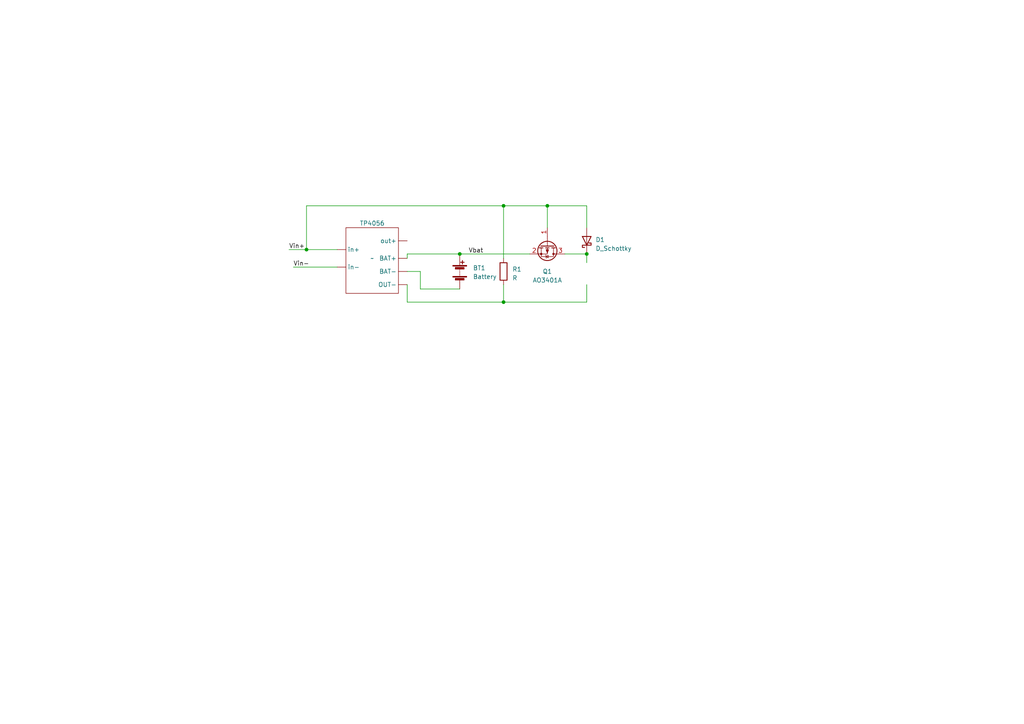
<source format=kicad_sch>
(kicad_sch (version 20230121) (generator eeschema)
  (paper "A4")
  (lib_symbols
    (symbol "Device:Battery" (pin_numbers hide) (pin_names (offset 0) hide)
      (property "Reference" "BT" (at 2.54 2.54 0))
      (property "Value" "Battery" (at 2.54 0 0))
      (symbol "Battery_0_1"
        (rectangle (start -2.032 -1.397) (end 2.032 -1.651) (fill (type outline)))
        (rectangle (start -2.032 1.778) (end 2.032 1.524) (fill (type outline)))
        (rectangle (start -1.3208 -1.9812) (end 1.27 -2.4892) (fill (type outline)))
        (rectangle (start -1.3208 1.1938) (end 1.27 0.6858) (fill (type outline)))
        (polyline (pts (xy 0 -1.524) (xy 0 -1.27)))
        (polyline (pts (xy 0 -1.016) (xy 0 -0.762)))
        (polyline (pts (xy 0 -0.508) (xy 0 -0.254)))
        (polyline (pts (xy 0 0) (xy 0 0.254)))
        (polyline (pts (xy 0 0.508) (xy 0 0.762)))
        (polyline (pts (xy 0 1.778) (xy 0 2.54)))
        (polyline (pts (xy 0.254 2.667) (xy 1.27 2.667)) (stroke (width 0.254)))
        (polyline (pts (xy 0.762 3.175) (xy 0.762 2.159)) (stroke (width 0.254)))
      )
      (symbol "Battery_1_1"
        (pin passive line (at 0 5.08 270) (length 2.54) (name "+") (number "1"))
        (pin passive line (at 0 -5.08 90) (length 2.54) (name "-") (number "2"))
      )
    )
    (symbol "Device:D_Schottky" (pin_numbers hide) (pin_names (offset 1.016) hide)
      (property "Reference" "D" (at 0 2.54 0))
      (property "Value" "D_Schottky" (at 0 -2.54 0))
      (symbol "D_Schottky_0_1"
        (polyline (pts (xy 1.27 0) (xy -1.27 0)))
        (polyline (pts (xy 1.27 1.27) (xy 1.27 -1.27) (xy -1.27 0) (xy 1.27 1.27)) (stroke (width 0.254)))
        (polyline (pts (xy -1.905 0.635) (xy -1.905 1.27) (xy -1.27 1.27) (xy -1.27 -1.27) (xy -0.635 -1.27) (xy -0.635 -0.635)) (stroke (width 0.254)))
      )
      (symbol "D_Schottky_1_1"
        (pin passive line (at -3.81 0 0) (length 2.54) (name "K") (number "1"))
        (pin passive line (at 3.81 0 180) (length 2.54) (name "A") (number "2"))
      )
    )
    (symbol "Device:R" (pin_numbers hide) (pin_names (offset 0))
      (property "Reference" "R" (at 2.032 0 90))
      (property "Value" "R" (at 0 0 90))
      (symbol "R_0_1"
        (rectangle (start -1.016 -2.54) (end 1.016 2.54) (stroke (width 0.254)))
      )
      (symbol "R_1_1"
        (pin passive line (at 0 3.81 270) (length 1.27) (name "~") (number "1"))
        (pin passive line (at 0 -3.81 90) (length 1.27) (name "~") (number "2"))
      )
    )
    (symbol "Transistor_FET:AO3401A" (pin_names hide)
      (property "Reference" "Q" (at 5.08 1.905 0))
      (property "Value" "AO3401A" (at 5.08 0 0))
      (symbol "AO3401A_0_1"
        (polyline (pts (xy 0.254 0) (xy -2.54 0)))
        (polyline (pts (xy 0.254 1.905) (xy 0.254 -1.905)) (stroke (width 0.254)))
        (polyline (pts (xy 0.762 -1.27) (xy 0.762 -2.286)) (stroke (width 0.254)))
        (polyline (pts (xy 0.762 0.508) (xy 0.762 -0.508)) (stroke (width 0.254)))
        (polyline (pts (xy 0.762 2.286) (xy 0.762 1.27)) (stroke (width 0.254)))
        (polyline (pts (xy 2.54 2.54) (xy 2.54 1.778)))
        (polyline (pts (xy 2.54 -2.54) (xy 2.54 0) (xy 0.762 0)))
        (polyline (pts (xy 0.762 1.778) (xy 3.302 1.778) (xy 3.302 -1.778) (xy 0.762 -1.778)))
        (polyline (pts (xy 2.286 0) (xy 1.27 0.381) (xy 1.27 -0.381) (xy 2.286 0)) (fill (type outline)))
        (polyline (pts (xy 2.794 -0.508) (xy 2.921 -0.381) (xy 3.683 -0.381) (xy 3.81 -0.254)))
        (polyline (pts (xy 3.302 -0.381) (xy 2.921 0.254) (xy 3.683 0.254) (xy 3.302 -0.381)))
        (circle (center 1.651 0) (radius 2.794) (stroke (width 0.254)))
        (circle (center 2.54 -1.778) (radius 0.254) (fill (type outline)))
        (circle (center 2.54 1.778) (radius 0.254) (fill (type outline)))
      )
      (symbol "AO3401A_1_1"
        (pin input line (at -5.08 0 0) (length 2.54) (name "G") (number "1"))
        (pin passive line (at 2.54 -5.08 90) (length 2.54) (name "S") (number "2"))
        (pin passive line (at 2.54 5.08 270) (length 2.54) (name "D") (number "3"))
      )
    )
    (symbol "andrew:TP4056_board"
      (property "Reference" "U" (at 0 0 0))
      (symbol "TP4056_board_0_1"
        (rectangle (start -7.62 8.89) (end 7.62 -10.16))
      )
      (symbol "TP4056_board_1_1"
        (pin output line (at 10.16 0 180) (length 2.54) (name "BAT+") (number ""))
        (pin output line (at 10.16 -3.81 180) (length 2.54) (name "BAT-") (number ""))
        (pin output line (at 10.16 -7.62 180) (length 2.54) (name "OUT-") (number ""))
        (pin input line (at -10.16 2.54 0) (length 2.54) (name "in+") (number ""))
        (pin input line (at -10.16 -2.54 0) (length 2.54) (name "in-") (number ""))
        (pin output line (at 10.16 5.08 180) (length 2.54) (name "out+") (number ""))
      )
    )
  )
  (junction (at 146.05 59.69))
  (junction (at 133.35 73.66))
  (junction (at 146.05 87.63))
  (junction (at 158.75 59.69))
  (junction (at 170.18 73.66))
  (junction (at 88.9 72.39))
  (wire (pts (xy 170.18 73.66) (xy 170.18 76.2)))
  (wire (pts (xy 121.92 83.82) (xy 133.35 83.82)))
  (wire (pts (xy 146.05 87.63) (xy 170.18 87.63)))
  (wire (pts (xy 121.92 78.74) (xy 121.92 83.82)))
  (wire (pts (xy 170.18 59.69) (xy 170.18 66.04)))
  (wire (pts (xy 163.83 73.66) (xy 170.18 73.66)))
  (wire (pts (xy 118.11 74.93) (xy 118.11 73.66)))
  (wire (pts (xy 118.11 82.55) (xy 118.11 87.63)))
  (wire (pts (xy 146.05 59.69) (xy 146.05 74.93)))
  (wire (pts (xy 158.75 59.69) (xy 158.75 66.04)))
  (wire (pts (xy 146.05 87.63) (xy 146.05 82.55)))
  (wire (pts (xy 118.11 87.63) (xy 146.05 87.63)))
  (wire (pts (xy 88.9 72.39) (xy 88.9 59.69)))
  (wire (pts (xy 88.9 59.69) (xy 146.05 59.69)))
  (wire (pts (xy 170.18 82.55) (xy 170.18 87.63)))
  (wire (pts (xy 133.35 73.66) (xy 153.67 73.66)))
  (wire (pts (xy 85.09 77.47) (xy 97.79 77.47)))
  (wire (pts (xy 97.79 72.39) (xy 88.9 72.39)))
  (wire (pts (xy 158.75 59.69) (xy 170.18 59.69)))
  (wire (pts (xy 118.11 78.74) (xy 121.92 78.74)))
  (wire (pts (xy 83.82 72.39) (xy 88.9 72.39)))
  (wire (pts (xy 146.05 59.69) (xy 158.75 59.69)))
  (wire (pts (xy 118.11 73.66) (xy 133.35 73.66)))
  (label "Vbat" (at 135.89 73.66 0))
  (label "Vin+" (at 83.82 72.39 0))
  (label "Vin-" (at 85.09 77.47 0))
  (symbol (lib_id "Device:R") (at 146.05 78.74 0) (unit 1)
    (property "Reference" "R1" (at 148.59 78.105 0) (effects (justify left)))
    (property "Value" "R" (at 148.59 80.645 0) (effects (justify left)))
  )
  (symbol (lib_id "andrew:TP4056_board") (at 107.95 74.93 0) (unit 1)
    (property "Reference" "TP4056" (at 107.95 64.77 0))
    (property "Value" "~" (at 107.95 74.93 0))
  )
  (symbol (lib_id "Device:D_Schottky") (at 170.18 69.85 90) (unit 1)
    (property "Reference" "D1" (at 172.72 69.5325 90) (effects (justify right)))
    (property "Value" "D_Schottky" (at 172.72 72.0725 90) (effects (justify right)))
  )
  (symbol (lib_id "Transistor_FET:AO3401A") (at 158.75 71.12 270) (unit 1)
    (property "Reference" "Q1" (at 158.75 78.74 90))
    (property "Value" "AO3401A" (at 158.75 81.28 90))
    (property "Footprint" "Package_TO_SOT_SMD:SOT-23" (effects hide))
    (property "Datasheet" "http://www.aosmd.com/pdfs/datasheet/AO3401A.pdf" (effects hide))
  )
  (symbol (lib_id "Device:Battery") (at 133.35 78.74 0) (unit 1)
    (property "Reference" "BT1" (at 137.16 77.724 0) (effects (justify left)))
    (property "Value" "Battery" (at 137.16 80.264 0) (effects (justify left)))
  )
)
</source>
